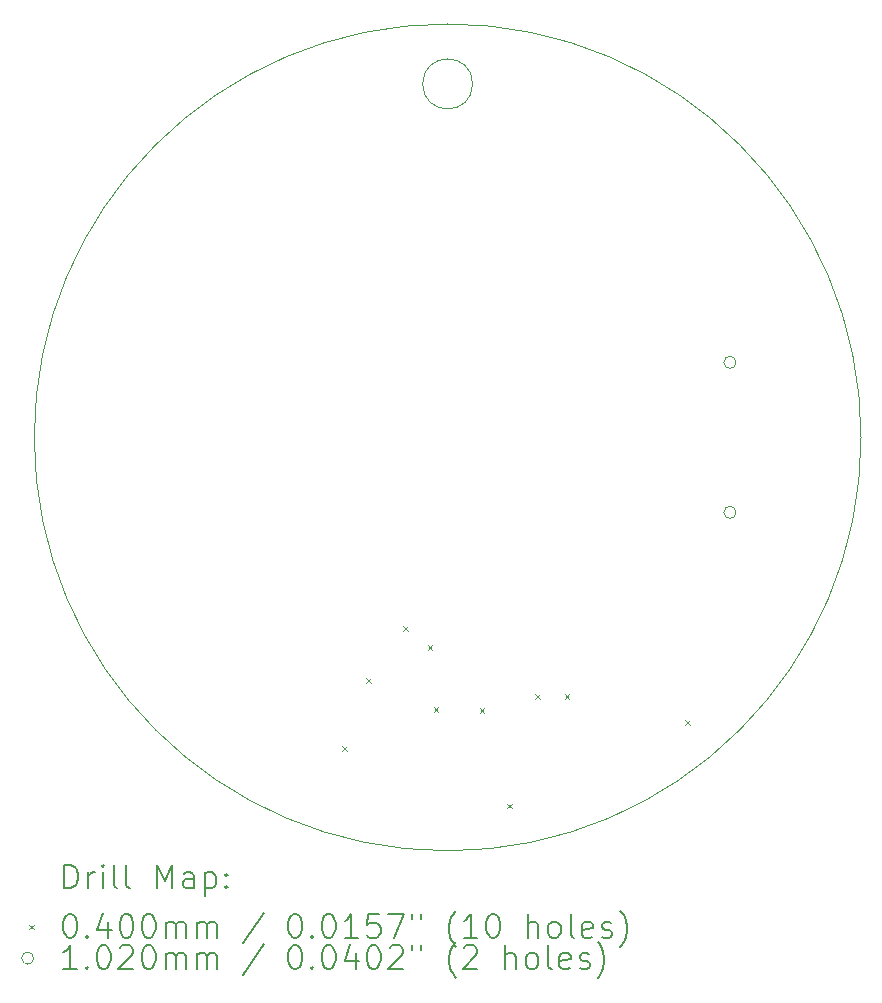
<source format=gbr>
%TF.GenerationSoftware,KiCad,Pcbnew,7.0.7*%
%TF.CreationDate,2023-10-30T19:25:37-07:00*%
%TF.ProjectId,CodeStackOrnament2023,436f6465-5374-4616-936b-4f726e616d65,rev?*%
%TF.SameCoordinates,Original*%
%TF.FileFunction,Drillmap*%
%TF.FilePolarity,Positive*%
%FSLAX45Y45*%
G04 Gerber Fmt 4.5, Leading zero omitted, Abs format (unit mm)*
G04 Created by KiCad (PCBNEW 7.0.7) date 2023-10-30 19:25:37*
%MOMM*%
%LPD*%
G01*
G04 APERTURE LIST*
%ADD10C,0.100000*%
%ADD11C,0.200000*%
%ADD12C,0.040000*%
%ADD13C,0.102000*%
G04 APERTURE END LIST*
D10*
X15220872Y-7476366D02*
G75*
G03*
X15220872Y-7476366I-211872J0D01*
G01*
X18509000Y-10468861D02*
G75*
G03*
X18509000Y-10468861I-3500000J0D01*
G01*
D11*
D12*
X14118000Y-13086000D02*
X14158000Y-13126000D01*
X14158000Y-13086000D02*
X14118000Y-13126000D01*
X14320000Y-12510000D02*
X14360000Y-12550000D01*
X14360000Y-12510000D02*
X14320000Y-12550000D01*
X14630000Y-12070000D02*
X14670000Y-12110000D01*
X14670000Y-12070000D02*
X14630000Y-12110000D01*
X14840000Y-12230000D02*
X14880000Y-12270000D01*
X14880000Y-12230000D02*
X14840000Y-12270000D01*
X14890000Y-12750000D02*
X14930000Y-12790000D01*
X14930000Y-12750000D02*
X14890000Y-12790000D01*
X15280000Y-12760002D02*
X15320000Y-12800002D01*
X15320000Y-12760002D02*
X15280000Y-12800002D01*
X15510000Y-13570000D02*
X15550000Y-13610000D01*
X15550000Y-13570000D02*
X15510000Y-13610000D01*
X15750000Y-12640000D02*
X15790000Y-12680000D01*
X15790000Y-12640000D02*
X15750000Y-12680000D01*
X16000000Y-12640000D02*
X16040000Y-12680000D01*
X16040000Y-12640000D02*
X16000000Y-12680000D01*
X17020000Y-12860000D02*
X17060000Y-12900000D01*
X17060000Y-12860000D02*
X17020000Y-12900000D01*
D13*
X17450000Y-9833861D02*
G75*
G03*
X17450000Y-9833861I-51000J0D01*
G01*
X17450000Y-11103861D02*
G75*
G03*
X17450000Y-11103861I-51000J0D01*
G01*
D11*
X11764777Y-14285344D02*
X11764777Y-14085344D01*
X11764777Y-14085344D02*
X11812396Y-14085344D01*
X11812396Y-14085344D02*
X11840967Y-14094868D01*
X11840967Y-14094868D02*
X11860015Y-14113916D01*
X11860015Y-14113916D02*
X11869539Y-14132963D01*
X11869539Y-14132963D02*
X11879062Y-14171058D01*
X11879062Y-14171058D02*
X11879062Y-14199630D01*
X11879062Y-14199630D02*
X11869539Y-14237725D01*
X11869539Y-14237725D02*
X11860015Y-14256773D01*
X11860015Y-14256773D02*
X11840967Y-14275820D01*
X11840967Y-14275820D02*
X11812396Y-14285344D01*
X11812396Y-14285344D02*
X11764777Y-14285344D01*
X11964777Y-14285344D02*
X11964777Y-14152011D01*
X11964777Y-14190106D02*
X11974301Y-14171058D01*
X11974301Y-14171058D02*
X11983824Y-14161535D01*
X11983824Y-14161535D02*
X12002872Y-14152011D01*
X12002872Y-14152011D02*
X12021920Y-14152011D01*
X12088586Y-14285344D02*
X12088586Y-14152011D01*
X12088586Y-14085344D02*
X12079062Y-14094868D01*
X12079062Y-14094868D02*
X12088586Y-14104392D01*
X12088586Y-14104392D02*
X12098110Y-14094868D01*
X12098110Y-14094868D02*
X12088586Y-14085344D01*
X12088586Y-14085344D02*
X12088586Y-14104392D01*
X12212396Y-14285344D02*
X12193348Y-14275820D01*
X12193348Y-14275820D02*
X12183824Y-14256773D01*
X12183824Y-14256773D02*
X12183824Y-14085344D01*
X12317158Y-14285344D02*
X12298110Y-14275820D01*
X12298110Y-14275820D02*
X12288586Y-14256773D01*
X12288586Y-14256773D02*
X12288586Y-14085344D01*
X12545729Y-14285344D02*
X12545729Y-14085344D01*
X12545729Y-14085344D02*
X12612396Y-14228201D01*
X12612396Y-14228201D02*
X12679062Y-14085344D01*
X12679062Y-14085344D02*
X12679062Y-14285344D01*
X12860015Y-14285344D02*
X12860015Y-14180582D01*
X12860015Y-14180582D02*
X12850491Y-14161535D01*
X12850491Y-14161535D02*
X12831443Y-14152011D01*
X12831443Y-14152011D02*
X12793348Y-14152011D01*
X12793348Y-14152011D02*
X12774301Y-14161535D01*
X12860015Y-14275820D02*
X12840967Y-14285344D01*
X12840967Y-14285344D02*
X12793348Y-14285344D01*
X12793348Y-14285344D02*
X12774301Y-14275820D01*
X12774301Y-14275820D02*
X12764777Y-14256773D01*
X12764777Y-14256773D02*
X12764777Y-14237725D01*
X12764777Y-14237725D02*
X12774301Y-14218678D01*
X12774301Y-14218678D02*
X12793348Y-14209154D01*
X12793348Y-14209154D02*
X12840967Y-14209154D01*
X12840967Y-14209154D02*
X12860015Y-14199630D01*
X12955253Y-14152011D02*
X12955253Y-14352011D01*
X12955253Y-14161535D02*
X12974301Y-14152011D01*
X12974301Y-14152011D02*
X13012396Y-14152011D01*
X13012396Y-14152011D02*
X13031443Y-14161535D01*
X13031443Y-14161535D02*
X13040967Y-14171058D01*
X13040967Y-14171058D02*
X13050491Y-14190106D01*
X13050491Y-14190106D02*
X13050491Y-14247249D01*
X13050491Y-14247249D02*
X13040967Y-14266297D01*
X13040967Y-14266297D02*
X13031443Y-14275820D01*
X13031443Y-14275820D02*
X13012396Y-14285344D01*
X13012396Y-14285344D02*
X12974301Y-14285344D01*
X12974301Y-14285344D02*
X12955253Y-14275820D01*
X13136205Y-14266297D02*
X13145729Y-14275820D01*
X13145729Y-14275820D02*
X13136205Y-14285344D01*
X13136205Y-14285344D02*
X13126682Y-14275820D01*
X13126682Y-14275820D02*
X13136205Y-14266297D01*
X13136205Y-14266297D02*
X13136205Y-14285344D01*
X13136205Y-14161535D02*
X13145729Y-14171058D01*
X13145729Y-14171058D02*
X13136205Y-14180582D01*
X13136205Y-14180582D02*
X13126682Y-14171058D01*
X13126682Y-14171058D02*
X13136205Y-14161535D01*
X13136205Y-14161535D02*
X13136205Y-14180582D01*
D12*
X11464000Y-14593860D02*
X11504000Y-14633860D01*
X11504000Y-14593860D02*
X11464000Y-14633860D01*
D11*
X11802872Y-14505344D02*
X11821920Y-14505344D01*
X11821920Y-14505344D02*
X11840967Y-14514868D01*
X11840967Y-14514868D02*
X11850491Y-14524392D01*
X11850491Y-14524392D02*
X11860015Y-14543439D01*
X11860015Y-14543439D02*
X11869539Y-14581535D01*
X11869539Y-14581535D02*
X11869539Y-14629154D01*
X11869539Y-14629154D02*
X11860015Y-14667249D01*
X11860015Y-14667249D02*
X11850491Y-14686297D01*
X11850491Y-14686297D02*
X11840967Y-14695820D01*
X11840967Y-14695820D02*
X11821920Y-14705344D01*
X11821920Y-14705344D02*
X11802872Y-14705344D01*
X11802872Y-14705344D02*
X11783824Y-14695820D01*
X11783824Y-14695820D02*
X11774301Y-14686297D01*
X11774301Y-14686297D02*
X11764777Y-14667249D01*
X11764777Y-14667249D02*
X11755253Y-14629154D01*
X11755253Y-14629154D02*
X11755253Y-14581535D01*
X11755253Y-14581535D02*
X11764777Y-14543439D01*
X11764777Y-14543439D02*
X11774301Y-14524392D01*
X11774301Y-14524392D02*
X11783824Y-14514868D01*
X11783824Y-14514868D02*
X11802872Y-14505344D01*
X11955253Y-14686297D02*
X11964777Y-14695820D01*
X11964777Y-14695820D02*
X11955253Y-14705344D01*
X11955253Y-14705344D02*
X11945729Y-14695820D01*
X11945729Y-14695820D02*
X11955253Y-14686297D01*
X11955253Y-14686297D02*
X11955253Y-14705344D01*
X12136205Y-14572011D02*
X12136205Y-14705344D01*
X12088586Y-14495820D02*
X12040967Y-14638678D01*
X12040967Y-14638678D02*
X12164777Y-14638678D01*
X12279062Y-14505344D02*
X12298110Y-14505344D01*
X12298110Y-14505344D02*
X12317158Y-14514868D01*
X12317158Y-14514868D02*
X12326682Y-14524392D01*
X12326682Y-14524392D02*
X12336205Y-14543439D01*
X12336205Y-14543439D02*
X12345729Y-14581535D01*
X12345729Y-14581535D02*
X12345729Y-14629154D01*
X12345729Y-14629154D02*
X12336205Y-14667249D01*
X12336205Y-14667249D02*
X12326682Y-14686297D01*
X12326682Y-14686297D02*
X12317158Y-14695820D01*
X12317158Y-14695820D02*
X12298110Y-14705344D01*
X12298110Y-14705344D02*
X12279062Y-14705344D01*
X12279062Y-14705344D02*
X12260015Y-14695820D01*
X12260015Y-14695820D02*
X12250491Y-14686297D01*
X12250491Y-14686297D02*
X12240967Y-14667249D01*
X12240967Y-14667249D02*
X12231443Y-14629154D01*
X12231443Y-14629154D02*
X12231443Y-14581535D01*
X12231443Y-14581535D02*
X12240967Y-14543439D01*
X12240967Y-14543439D02*
X12250491Y-14524392D01*
X12250491Y-14524392D02*
X12260015Y-14514868D01*
X12260015Y-14514868D02*
X12279062Y-14505344D01*
X12469539Y-14505344D02*
X12488586Y-14505344D01*
X12488586Y-14505344D02*
X12507634Y-14514868D01*
X12507634Y-14514868D02*
X12517158Y-14524392D01*
X12517158Y-14524392D02*
X12526682Y-14543439D01*
X12526682Y-14543439D02*
X12536205Y-14581535D01*
X12536205Y-14581535D02*
X12536205Y-14629154D01*
X12536205Y-14629154D02*
X12526682Y-14667249D01*
X12526682Y-14667249D02*
X12517158Y-14686297D01*
X12517158Y-14686297D02*
X12507634Y-14695820D01*
X12507634Y-14695820D02*
X12488586Y-14705344D01*
X12488586Y-14705344D02*
X12469539Y-14705344D01*
X12469539Y-14705344D02*
X12450491Y-14695820D01*
X12450491Y-14695820D02*
X12440967Y-14686297D01*
X12440967Y-14686297D02*
X12431443Y-14667249D01*
X12431443Y-14667249D02*
X12421920Y-14629154D01*
X12421920Y-14629154D02*
X12421920Y-14581535D01*
X12421920Y-14581535D02*
X12431443Y-14543439D01*
X12431443Y-14543439D02*
X12440967Y-14524392D01*
X12440967Y-14524392D02*
X12450491Y-14514868D01*
X12450491Y-14514868D02*
X12469539Y-14505344D01*
X12621920Y-14705344D02*
X12621920Y-14572011D01*
X12621920Y-14591058D02*
X12631443Y-14581535D01*
X12631443Y-14581535D02*
X12650491Y-14572011D01*
X12650491Y-14572011D02*
X12679063Y-14572011D01*
X12679063Y-14572011D02*
X12698110Y-14581535D01*
X12698110Y-14581535D02*
X12707634Y-14600582D01*
X12707634Y-14600582D02*
X12707634Y-14705344D01*
X12707634Y-14600582D02*
X12717158Y-14581535D01*
X12717158Y-14581535D02*
X12736205Y-14572011D01*
X12736205Y-14572011D02*
X12764777Y-14572011D01*
X12764777Y-14572011D02*
X12783824Y-14581535D01*
X12783824Y-14581535D02*
X12793348Y-14600582D01*
X12793348Y-14600582D02*
X12793348Y-14705344D01*
X12888586Y-14705344D02*
X12888586Y-14572011D01*
X12888586Y-14591058D02*
X12898110Y-14581535D01*
X12898110Y-14581535D02*
X12917158Y-14572011D01*
X12917158Y-14572011D02*
X12945729Y-14572011D01*
X12945729Y-14572011D02*
X12964777Y-14581535D01*
X12964777Y-14581535D02*
X12974301Y-14600582D01*
X12974301Y-14600582D02*
X12974301Y-14705344D01*
X12974301Y-14600582D02*
X12983824Y-14581535D01*
X12983824Y-14581535D02*
X13002872Y-14572011D01*
X13002872Y-14572011D02*
X13031443Y-14572011D01*
X13031443Y-14572011D02*
X13050491Y-14581535D01*
X13050491Y-14581535D02*
X13060015Y-14600582D01*
X13060015Y-14600582D02*
X13060015Y-14705344D01*
X13450491Y-14495820D02*
X13279063Y-14752963D01*
X13707634Y-14505344D02*
X13726682Y-14505344D01*
X13726682Y-14505344D02*
X13745729Y-14514868D01*
X13745729Y-14514868D02*
X13755253Y-14524392D01*
X13755253Y-14524392D02*
X13764777Y-14543439D01*
X13764777Y-14543439D02*
X13774301Y-14581535D01*
X13774301Y-14581535D02*
X13774301Y-14629154D01*
X13774301Y-14629154D02*
X13764777Y-14667249D01*
X13764777Y-14667249D02*
X13755253Y-14686297D01*
X13755253Y-14686297D02*
X13745729Y-14695820D01*
X13745729Y-14695820D02*
X13726682Y-14705344D01*
X13726682Y-14705344D02*
X13707634Y-14705344D01*
X13707634Y-14705344D02*
X13688586Y-14695820D01*
X13688586Y-14695820D02*
X13679063Y-14686297D01*
X13679063Y-14686297D02*
X13669539Y-14667249D01*
X13669539Y-14667249D02*
X13660015Y-14629154D01*
X13660015Y-14629154D02*
X13660015Y-14581535D01*
X13660015Y-14581535D02*
X13669539Y-14543439D01*
X13669539Y-14543439D02*
X13679063Y-14524392D01*
X13679063Y-14524392D02*
X13688586Y-14514868D01*
X13688586Y-14514868D02*
X13707634Y-14505344D01*
X13860015Y-14686297D02*
X13869539Y-14695820D01*
X13869539Y-14695820D02*
X13860015Y-14705344D01*
X13860015Y-14705344D02*
X13850491Y-14695820D01*
X13850491Y-14695820D02*
X13860015Y-14686297D01*
X13860015Y-14686297D02*
X13860015Y-14705344D01*
X13993348Y-14505344D02*
X14012396Y-14505344D01*
X14012396Y-14505344D02*
X14031444Y-14514868D01*
X14031444Y-14514868D02*
X14040967Y-14524392D01*
X14040967Y-14524392D02*
X14050491Y-14543439D01*
X14050491Y-14543439D02*
X14060015Y-14581535D01*
X14060015Y-14581535D02*
X14060015Y-14629154D01*
X14060015Y-14629154D02*
X14050491Y-14667249D01*
X14050491Y-14667249D02*
X14040967Y-14686297D01*
X14040967Y-14686297D02*
X14031444Y-14695820D01*
X14031444Y-14695820D02*
X14012396Y-14705344D01*
X14012396Y-14705344D02*
X13993348Y-14705344D01*
X13993348Y-14705344D02*
X13974301Y-14695820D01*
X13974301Y-14695820D02*
X13964777Y-14686297D01*
X13964777Y-14686297D02*
X13955253Y-14667249D01*
X13955253Y-14667249D02*
X13945729Y-14629154D01*
X13945729Y-14629154D02*
X13945729Y-14581535D01*
X13945729Y-14581535D02*
X13955253Y-14543439D01*
X13955253Y-14543439D02*
X13964777Y-14524392D01*
X13964777Y-14524392D02*
X13974301Y-14514868D01*
X13974301Y-14514868D02*
X13993348Y-14505344D01*
X14250491Y-14705344D02*
X14136206Y-14705344D01*
X14193348Y-14705344D02*
X14193348Y-14505344D01*
X14193348Y-14505344D02*
X14174301Y-14533916D01*
X14174301Y-14533916D02*
X14155253Y-14552963D01*
X14155253Y-14552963D02*
X14136206Y-14562487D01*
X14431444Y-14505344D02*
X14336206Y-14505344D01*
X14336206Y-14505344D02*
X14326682Y-14600582D01*
X14326682Y-14600582D02*
X14336206Y-14591058D01*
X14336206Y-14591058D02*
X14355253Y-14581535D01*
X14355253Y-14581535D02*
X14402872Y-14581535D01*
X14402872Y-14581535D02*
X14421920Y-14591058D01*
X14421920Y-14591058D02*
X14431444Y-14600582D01*
X14431444Y-14600582D02*
X14440967Y-14619630D01*
X14440967Y-14619630D02*
X14440967Y-14667249D01*
X14440967Y-14667249D02*
X14431444Y-14686297D01*
X14431444Y-14686297D02*
X14421920Y-14695820D01*
X14421920Y-14695820D02*
X14402872Y-14705344D01*
X14402872Y-14705344D02*
X14355253Y-14705344D01*
X14355253Y-14705344D02*
X14336206Y-14695820D01*
X14336206Y-14695820D02*
X14326682Y-14686297D01*
X14507634Y-14505344D02*
X14640967Y-14505344D01*
X14640967Y-14505344D02*
X14555253Y-14705344D01*
X14707634Y-14505344D02*
X14707634Y-14543439D01*
X14783825Y-14505344D02*
X14783825Y-14543439D01*
X15079063Y-14781535D02*
X15069539Y-14772011D01*
X15069539Y-14772011D02*
X15050491Y-14743439D01*
X15050491Y-14743439D02*
X15040968Y-14724392D01*
X15040968Y-14724392D02*
X15031444Y-14695820D01*
X15031444Y-14695820D02*
X15021920Y-14648201D01*
X15021920Y-14648201D02*
X15021920Y-14610106D01*
X15021920Y-14610106D02*
X15031444Y-14562487D01*
X15031444Y-14562487D02*
X15040968Y-14533916D01*
X15040968Y-14533916D02*
X15050491Y-14514868D01*
X15050491Y-14514868D02*
X15069539Y-14486297D01*
X15069539Y-14486297D02*
X15079063Y-14476773D01*
X15260015Y-14705344D02*
X15145729Y-14705344D01*
X15202872Y-14705344D02*
X15202872Y-14505344D01*
X15202872Y-14505344D02*
X15183825Y-14533916D01*
X15183825Y-14533916D02*
X15164777Y-14552963D01*
X15164777Y-14552963D02*
X15145729Y-14562487D01*
X15383825Y-14505344D02*
X15402872Y-14505344D01*
X15402872Y-14505344D02*
X15421920Y-14514868D01*
X15421920Y-14514868D02*
X15431444Y-14524392D01*
X15431444Y-14524392D02*
X15440968Y-14543439D01*
X15440968Y-14543439D02*
X15450491Y-14581535D01*
X15450491Y-14581535D02*
X15450491Y-14629154D01*
X15450491Y-14629154D02*
X15440968Y-14667249D01*
X15440968Y-14667249D02*
X15431444Y-14686297D01*
X15431444Y-14686297D02*
X15421920Y-14695820D01*
X15421920Y-14695820D02*
X15402872Y-14705344D01*
X15402872Y-14705344D02*
X15383825Y-14705344D01*
X15383825Y-14705344D02*
X15364777Y-14695820D01*
X15364777Y-14695820D02*
X15355253Y-14686297D01*
X15355253Y-14686297D02*
X15345729Y-14667249D01*
X15345729Y-14667249D02*
X15336206Y-14629154D01*
X15336206Y-14629154D02*
X15336206Y-14581535D01*
X15336206Y-14581535D02*
X15345729Y-14543439D01*
X15345729Y-14543439D02*
X15355253Y-14524392D01*
X15355253Y-14524392D02*
X15364777Y-14514868D01*
X15364777Y-14514868D02*
X15383825Y-14505344D01*
X15688587Y-14705344D02*
X15688587Y-14505344D01*
X15774301Y-14705344D02*
X15774301Y-14600582D01*
X15774301Y-14600582D02*
X15764777Y-14581535D01*
X15764777Y-14581535D02*
X15745730Y-14572011D01*
X15745730Y-14572011D02*
X15717158Y-14572011D01*
X15717158Y-14572011D02*
X15698110Y-14581535D01*
X15698110Y-14581535D02*
X15688587Y-14591058D01*
X15898110Y-14705344D02*
X15879063Y-14695820D01*
X15879063Y-14695820D02*
X15869539Y-14686297D01*
X15869539Y-14686297D02*
X15860015Y-14667249D01*
X15860015Y-14667249D02*
X15860015Y-14610106D01*
X15860015Y-14610106D02*
X15869539Y-14591058D01*
X15869539Y-14591058D02*
X15879063Y-14581535D01*
X15879063Y-14581535D02*
X15898110Y-14572011D01*
X15898110Y-14572011D02*
X15926682Y-14572011D01*
X15926682Y-14572011D02*
X15945730Y-14581535D01*
X15945730Y-14581535D02*
X15955253Y-14591058D01*
X15955253Y-14591058D02*
X15964777Y-14610106D01*
X15964777Y-14610106D02*
X15964777Y-14667249D01*
X15964777Y-14667249D02*
X15955253Y-14686297D01*
X15955253Y-14686297D02*
X15945730Y-14695820D01*
X15945730Y-14695820D02*
X15926682Y-14705344D01*
X15926682Y-14705344D02*
X15898110Y-14705344D01*
X16079063Y-14705344D02*
X16060015Y-14695820D01*
X16060015Y-14695820D02*
X16050491Y-14676773D01*
X16050491Y-14676773D02*
X16050491Y-14505344D01*
X16231444Y-14695820D02*
X16212396Y-14705344D01*
X16212396Y-14705344D02*
X16174301Y-14705344D01*
X16174301Y-14705344D02*
X16155253Y-14695820D01*
X16155253Y-14695820D02*
X16145730Y-14676773D01*
X16145730Y-14676773D02*
X16145730Y-14600582D01*
X16145730Y-14600582D02*
X16155253Y-14581535D01*
X16155253Y-14581535D02*
X16174301Y-14572011D01*
X16174301Y-14572011D02*
X16212396Y-14572011D01*
X16212396Y-14572011D02*
X16231444Y-14581535D01*
X16231444Y-14581535D02*
X16240968Y-14600582D01*
X16240968Y-14600582D02*
X16240968Y-14619630D01*
X16240968Y-14619630D02*
X16145730Y-14638678D01*
X16317158Y-14695820D02*
X16336206Y-14705344D01*
X16336206Y-14705344D02*
X16374301Y-14705344D01*
X16374301Y-14705344D02*
X16393349Y-14695820D01*
X16393349Y-14695820D02*
X16402872Y-14676773D01*
X16402872Y-14676773D02*
X16402872Y-14667249D01*
X16402872Y-14667249D02*
X16393349Y-14648201D01*
X16393349Y-14648201D02*
X16374301Y-14638678D01*
X16374301Y-14638678D02*
X16345730Y-14638678D01*
X16345730Y-14638678D02*
X16326682Y-14629154D01*
X16326682Y-14629154D02*
X16317158Y-14610106D01*
X16317158Y-14610106D02*
X16317158Y-14600582D01*
X16317158Y-14600582D02*
X16326682Y-14581535D01*
X16326682Y-14581535D02*
X16345730Y-14572011D01*
X16345730Y-14572011D02*
X16374301Y-14572011D01*
X16374301Y-14572011D02*
X16393349Y-14581535D01*
X16469539Y-14781535D02*
X16479063Y-14772011D01*
X16479063Y-14772011D02*
X16498111Y-14743439D01*
X16498111Y-14743439D02*
X16507634Y-14724392D01*
X16507634Y-14724392D02*
X16517158Y-14695820D01*
X16517158Y-14695820D02*
X16526682Y-14648201D01*
X16526682Y-14648201D02*
X16526682Y-14610106D01*
X16526682Y-14610106D02*
X16517158Y-14562487D01*
X16517158Y-14562487D02*
X16507634Y-14533916D01*
X16507634Y-14533916D02*
X16498111Y-14514868D01*
X16498111Y-14514868D02*
X16479063Y-14486297D01*
X16479063Y-14486297D02*
X16469539Y-14476773D01*
D13*
X11504000Y-14877860D02*
G75*
G03*
X11504000Y-14877860I-51000J0D01*
G01*
D11*
X11869539Y-14969344D02*
X11755253Y-14969344D01*
X11812396Y-14969344D02*
X11812396Y-14769344D01*
X11812396Y-14769344D02*
X11793348Y-14797916D01*
X11793348Y-14797916D02*
X11774301Y-14816963D01*
X11774301Y-14816963D02*
X11755253Y-14826487D01*
X11955253Y-14950297D02*
X11964777Y-14959820D01*
X11964777Y-14959820D02*
X11955253Y-14969344D01*
X11955253Y-14969344D02*
X11945729Y-14959820D01*
X11945729Y-14959820D02*
X11955253Y-14950297D01*
X11955253Y-14950297D02*
X11955253Y-14969344D01*
X12088586Y-14769344D02*
X12107634Y-14769344D01*
X12107634Y-14769344D02*
X12126682Y-14778868D01*
X12126682Y-14778868D02*
X12136205Y-14788392D01*
X12136205Y-14788392D02*
X12145729Y-14807439D01*
X12145729Y-14807439D02*
X12155253Y-14845535D01*
X12155253Y-14845535D02*
X12155253Y-14893154D01*
X12155253Y-14893154D02*
X12145729Y-14931249D01*
X12145729Y-14931249D02*
X12136205Y-14950297D01*
X12136205Y-14950297D02*
X12126682Y-14959820D01*
X12126682Y-14959820D02*
X12107634Y-14969344D01*
X12107634Y-14969344D02*
X12088586Y-14969344D01*
X12088586Y-14969344D02*
X12069539Y-14959820D01*
X12069539Y-14959820D02*
X12060015Y-14950297D01*
X12060015Y-14950297D02*
X12050491Y-14931249D01*
X12050491Y-14931249D02*
X12040967Y-14893154D01*
X12040967Y-14893154D02*
X12040967Y-14845535D01*
X12040967Y-14845535D02*
X12050491Y-14807439D01*
X12050491Y-14807439D02*
X12060015Y-14788392D01*
X12060015Y-14788392D02*
X12069539Y-14778868D01*
X12069539Y-14778868D02*
X12088586Y-14769344D01*
X12231443Y-14788392D02*
X12240967Y-14778868D01*
X12240967Y-14778868D02*
X12260015Y-14769344D01*
X12260015Y-14769344D02*
X12307634Y-14769344D01*
X12307634Y-14769344D02*
X12326682Y-14778868D01*
X12326682Y-14778868D02*
X12336205Y-14788392D01*
X12336205Y-14788392D02*
X12345729Y-14807439D01*
X12345729Y-14807439D02*
X12345729Y-14826487D01*
X12345729Y-14826487D02*
X12336205Y-14855058D01*
X12336205Y-14855058D02*
X12221920Y-14969344D01*
X12221920Y-14969344D02*
X12345729Y-14969344D01*
X12469539Y-14769344D02*
X12488586Y-14769344D01*
X12488586Y-14769344D02*
X12507634Y-14778868D01*
X12507634Y-14778868D02*
X12517158Y-14788392D01*
X12517158Y-14788392D02*
X12526682Y-14807439D01*
X12526682Y-14807439D02*
X12536205Y-14845535D01*
X12536205Y-14845535D02*
X12536205Y-14893154D01*
X12536205Y-14893154D02*
X12526682Y-14931249D01*
X12526682Y-14931249D02*
X12517158Y-14950297D01*
X12517158Y-14950297D02*
X12507634Y-14959820D01*
X12507634Y-14959820D02*
X12488586Y-14969344D01*
X12488586Y-14969344D02*
X12469539Y-14969344D01*
X12469539Y-14969344D02*
X12450491Y-14959820D01*
X12450491Y-14959820D02*
X12440967Y-14950297D01*
X12440967Y-14950297D02*
X12431443Y-14931249D01*
X12431443Y-14931249D02*
X12421920Y-14893154D01*
X12421920Y-14893154D02*
X12421920Y-14845535D01*
X12421920Y-14845535D02*
X12431443Y-14807439D01*
X12431443Y-14807439D02*
X12440967Y-14788392D01*
X12440967Y-14788392D02*
X12450491Y-14778868D01*
X12450491Y-14778868D02*
X12469539Y-14769344D01*
X12621920Y-14969344D02*
X12621920Y-14836011D01*
X12621920Y-14855058D02*
X12631443Y-14845535D01*
X12631443Y-14845535D02*
X12650491Y-14836011D01*
X12650491Y-14836011D02*
X12679063Y-14836011D01*
X12679063Y-14836011D02*
X12698110Y-14845535D01*
X12698110Y-14845535D02*
X12707634Y-14864582D01*
X12707634Y-14864582D02*
X12707634Y-14969344D01*
X12707634Y-14864582D02*
X12717158Y-14845535D01*
X12717158Y-14845535D02*
X12736205Y-14836011D01*
X12736205Y-14836011D02*
X12764777Y-14836011D01*
X12764777Y-14836011D02*
X12783824Y-14845535D01*
X12783824Y-14845535D02*
X12793348Y-14864582D01*
X12793348Y-14864582D02*
X12793348Y-14969344D01*
X12888586Y-14969344D02*
X12888586Y-14836011D01*
X12888586Y-14855058D02*
X12898110Y-14845535D01*
X12898110Y-14845535D02*
X12917158Y-14836011D01*
X12917158Y-14836011D02*
X12945729Y-14836011D01*
X12945729Y-14836011D02*
X12964777Y-14845535D01*
X12964777Y-14845535D02*
X12974301Y-14864582D01*
X12974301Y-14864582D02*
X12974301Y-14969344D01*
X12974301Y-14864582D02*
X12983824Y-14845535D01*
X12983824Y-14845535D02*
X13002872Y-14836011D01*
X13002872Y-14836011D02*
X13031443Y-14836011D01*
X13031443Y-14836011D02*
X13050491Y-14845535D01*
X13050491Y-14845535D02*
X13060015Y-14864582D01*
X13060015Y-14864582D02*
X13060015Y-14969344D01*
X13450491Y-14759820D02*
X13279063Y-15016963D01*
X13707634Y-14769344D02*
X13726682Y-14769344D01*
X13726682Y-14769344D02*
X13745729Y-14778868D01*
X13745729Y-14778868D02*
X13755253Y-14788392D01*
X13755253Y-14788392D02*
X13764777Y-14807439D01*
X13764777Y-14807439D02*
X13774301Y-14845535D01*
X13774301Y-14845535D02*
X13774301Y-14893154D01*
X13774301Y-14893154D02*
X13764777Y-14931249D01*
X13764777Y-14931249D02*
X13755253Y-14950297D01*
X13755253Y-14950297D02*
X13745729Y-14959820D01*
X13745729Y-14959820D02*
X13726682Y-14969344D01*
X13726682Y-14969344D02*
X13707634Y-14969344D01*
X13707634Y-14969344D02*
X13688586Y-14959820D01*
X13688586Y-14959820D02*
X13679063Y-14950297D01*
X13679063Y-14950297D02*
X13669539Y-14931249D01*
X13669539Y-14931249D02*
X13660015Y-14893154D01*
X13660015Y-14893154D02*
X13660015Y-14845535D01*
X13660015Y-14845535D02*
X13669539Y-14807439D01*
X13669539Y-14807439D02*
X13679063Y-14788392D01*
X13679063Y-14788392D02*
X13688586Y-14778868D01*
X13688586Y-14778868D02*
X13707634Y-14769344D01*
X13860015Y-14950297D02*
X13869539Y-14959820D01*
X13869539Y-14959820D02*
X13860015Y-14969344D01*
X13860015Y-14969344D02*
X13850491Y-14959820D01*
X13850491Y-14959820D02*
X13860015Y-14950297D01*
X13860015Y-14950297D02*
X13860015Y-14969344D01*
X13993348Y-14769344D02*
X14012396Y-14769344D01*
X14012396Y-14769344D02*
X14031444Y-14778868D01*
X14031444Y-14778868D02*
X14040967Y-14788392D01*
X14040967Y-14788392D02*
X14050491Y-14807439D01*
X14050491Y-14807439D02*
X14060015Y-14845535D01*
X14060015Y-14845535D02*
X14060015Y-14893154D01*
X14060015Y-14893154D02*
X14050491Y-14931249D01*
X14050491Y-14931249D02*
X14040967Y-14950297D01*
X14040967Y-14950297D02*
X14031444Y-14959820D01*
X14031444Y-14959820D02*
X14012396Y-14969344D01*
X14012396Y-14969344D02*
X13993348Y-14969344D01*
X13993348Y-14969344D02*
X13974301Y-14959820D01*
X13974301Y-14959820D02*
X13964777Y-14950297D01*
X13964777Y-14950297D02*
X13955253Y-14931249D01*
X13955253Y-14931249D02*
X13945729Y-14893154D01*
X13945729Y-14893154D02*
X13945729Y-14845535D01*
X13945729Y-14845535D02*
X13955253Y-14807439D01*
X13955253Y-14807439D02*
X13964777Y-14788392D01*
X13964777Y-14788392D02*
X13974301Y-14778868D01*
X13974301Y-14778868D02*
X13993348Y-14769344D01*
X14231444Y-14836011D02*
X14231444Y-14969344D01*
X14183825Y-14759820D02*
X14136206Y-14902678D01*
X14136206Y-14902678D02*
X14260015Y-14902678D01*
X14374301Y-14769344D02*
X14393348Y-14769344D01*
X14393348Y-14769344D02*
X14412396Y-14778868D01*
X14412396Y-14778868D02*
X14421920Y-14788392D01*
X14421920Y-14788392D02*
X14431444Y-14807439D01*
X14431444Y-14807439D02*
X14440967Y-14845535D01*
X14440967Y-14845535D02*
X14440967Y-14893154D01*
X14440967Y-14893154D02*
X14431444Y-14931249D01*
X14431444Y-14931249D02*
X14421920Y-14950297D01*
X14421920Y-14950297D02*
X14412396Y-14959820D01*
X14412396Y-14959820D02*
X14393348Y-14969344D01*
X14393348Y-14969344D02*
X14374301Y-14969344D01*
X14374301Y-14969344D02*
X14355253Y-14959820D01*
X14355253Y-14959820D02*
X14345729Y-14950297D01*
X14345729Y-14950297D02*
X14336206Y-14931249D01*
X14336206Y-14931249D02*
X14326682Y-14893154D01*
X14326682Y-14893154D02*
X14326682Y-14845535D01*
X14326682Y-14845535D02*
X14336206Y-14807439D01*
X14336206Y-14807439D02*
X14345729Y-14788392D01*
X14345729Y-14788392D02*
X14355253Y-14778868D01*
X14355253Y-14778868D02*
X14374301Y-14769344D01*
X14517158Y-14788392D02*
X14526682Y-14778868D01*
X14526682Y-14778868D02*
X14545729Y-14769344D01*
X14545729Y-14769344D02*
X14593348Y-14769344D01*
X14593348Y-14769344D02*
X14612396Y-14778868D01*
X14612396Y-14778868D02*
X14621920Y-14788392D01*
X14621920Y-14788392D02*
X14631444Y-14807439D01*
X14631444Y-14807439D02*
X14631444Y-14826487D01*
X14631444Y-14826487D02*
X14621920Y-14855058D01*
X14621920Y-14855058D02*
X14507634Y-14969344D01*
X14507634Y-14969344D02*
X14631444Y-14969344D01*
X14707634Y-14769344D02*
X14707634Y-14807439D01*
X14783825Y-14769344D02*
X14783825Y-14807439D01*
X15079063Y-15045535D02*
X15069539Y-15036011D01*
X15069539Y-15036011D02*
X15050491Y-15007439D01*
X15050491Y-15007439D02*
X15040968Y-14988392D01*
X15040968Y-14988392D02*
X15031444Y-14959820D01*
X15031444Y-14959820D02*
X15021920Y-14912201D01*
X15021920Y-14912201D02*
X15021920Y-14874106D01*
X15021920Y-14874106D02*
X15031444Y-14826487D01*
X15031444Y-14826487D02*
X15040968Y-14797916D01*
X15040968Y-14797916D02*
X15050491Y-14778868D01*
X15050491Y-14778868D02*
X15069539Y-14750297D01*
X15069539Y-14750297D02*
X15079063Y-14740773D01*
X15145729Y-14788392D02*
X15155253Y-14778868D01*
X15155253Y-14778868D02*
X15174301Y-14769344D01*
X15174301Y-14769344D02*
X15221920Y-14769344D01*
X15221920Y-14769344D02*
X15240968Y-14778868D01*
X15240968Y-14778868D02*
X15250491Y-14788392D01*
X15250491Y-14788392D02*
X15260015Y-14807439D01*
X15260015Y-14807439D02*
X15260015Y-14826487D01*
X15260015Y-14826487D02*
X15250491Y-14855058D01*
X15250491Y-14855058D02*
X15136206Y-14969344D01*
X15136206Y-14969344D02*
X15260015Y-14969344D01*
X15498110Y-14969344D02*
X15498110Y-14769344D01*
X15583825Y-14969344D02*
X15583825Y-14864582D01*
X15583825Y-14864582D02*
X15574301Y-14845535D01*
X15574301Y-14845535D02*
X15555253Y-14836011D01*
X15555253Y-14836011D02*
X15526682Y-14836011D01*
X15526682Y-14836011D02*
X15507634Y-14845535D01*
X15507634Y-14845535D02*
X15498110Y-14855058D01*
X15707634Y-14969344D02*
X15688587Y-14959820D01*
X15688587Y-14959820D02*
X15679063Y-14950297D01*
X15679063Y-14950297D02*
X15669539Y-14931249D01*
X15669539Y-14931249D02*
X15669539Y-14874106D01*
X15669539Y-14874106D02*
X15679063Y-14855058D01*
X15679063Y-14855058D02*
X15688587Y-14845535D01*
X15688587Y-14845535D02*
X15707634Y-14836011D01*
X15707634Y-14836011D02*
X15736206Y-14836011D01*
X15736206Y-14836011D02*
X15755253Y-14845535D01*
X15755253Y-14845535D02*
X15764777Y-14855058D01*
X15764777Y-14855058D02*
X15774301Y-14874106D01*
X15774301Y-14874106D02*
X15774301Y-14931249D01*
X15774301Y-14931249D02*
X15764777Y-14950297D01*
X15764777Y-14950297D02*
X15755253Y-14959820D01*
X15755253Y-14959820D02*
X15736206Y-14969344D01*
X15736206Y-14969344D02*
X15707634Y-14969344D01*
X15888587Y-14969344D02*
X15869539Y-14959820D01*
X15869539Y-14959820D02*
X15860015Y-14940773D01*
X15860015Y-14940773D02*
X15860015Y-14769344D01*
X16040968Y-14959820D02*
X16021920Y-14969344D01*
X16021920Y-14969344D02*
X15983825Y-14969344D01*
X15983825Y-14969344D02*
X15964777Y-14959820D01*
X15964777Y-14959820D02*
X15955253Y-14940773D01*
X15955253Y-14940773D02*
X15955253Y-14864582D01*
X15955253Y-14864582D02*
X15964777Y-14845535D01*
X15964777Y-14845535D02*
X15983825Y-14836011D01*
X15983825Y-14836011D02*
X16021920Y-14836011D01*
X16021920Y-14836011D02*
X16040968Y-14845535D01*
X16040968Y-14845535D02*
X16050491Y-14864582D01*
X16050491Y-14864582D02*
X16050491Y-14883630D01*
X16050491Y-14883630D02*
X15955253Y-14902678D01*
X16126682Y-14959820D02*
X16145730Y-14969344D01*
X16145730Y-14969344D02*
X16183825Y-14969344D01*
X16183825Y-14969344D02*
X16202872Y-14959820D01*
X16202872Y-14959820D02*
X16212396Y-14940773D01*
X16212396Y-14940773D02*
X16212396Y-14931249D01*
X16212396Y-14931249D02*
X16202872Y-14912201D01*
X16202872Y-14912201D02*
X16183825Y-14902678D01*
X16183825Y-14902678D02*
X16155253Y-14902678D01*
X16155253Y-14902678D02*
X16136206Y-14893154D01*
X16136206Y-14893154D02*
X16126682Y-14874106D01*
X16126682Y-14874106D02*
X16126682Y-14864582D01*
X16126682Y-14864582D02*
X16136206Y-14845535D01*
X16136206Y-14845535D02*
X16155253Y-14836011D01*
X16155253Y-14836011D02*
X16183825Y-14836011D01*
X16183825Y-14836011D02*
X16202872Y-14845535D01*
X16279063Y-15045535D02*
X16288587Y-15036011D01*
X16288587Y-15036011D02*
X16307634Y-15007439D01*
X16307634Y-15007439D02*
X16317158Y-14988392D01*
X16317158Y-14988392D02*
X16326682Y-14959820D01*
X16326682Y-14959820D02*
X16336206Y-14912201D01*
X16336206Y-14912201D02*
X16336206Y-14874106D01*
X16336206Y-14874106D02*
X16326682Y-14826487D01*
X16326682Y-14826487D02*
X16317158Y-14797916D01*
X16317158Y-14797916D02*
X16307634Y-14778868D01*
X16307634Y-14778868D02*
X16288587Y-14750297D01*
X16288587Y-14750297D02*
X16279063Y-14740773D01*
M02*

</source>
